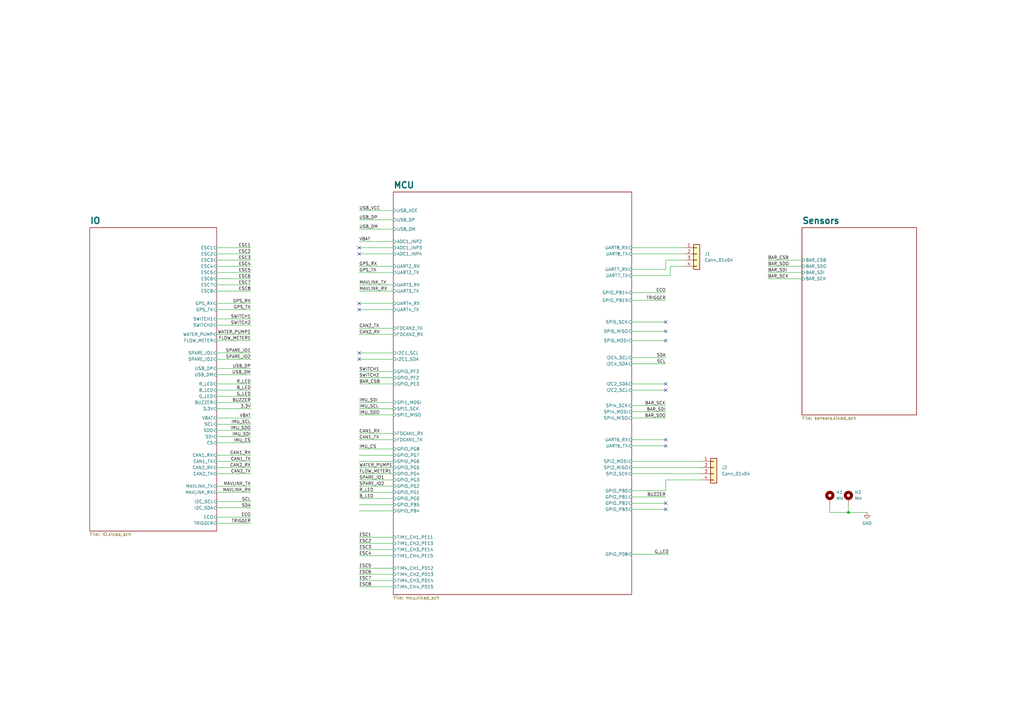
<source format=kicad_sch>
(kicad_sch (version 20230121) (generator eeschema)
  (paper "A3")
  (title_block (title "Flight Controller") (date "2022-09-01") (rev "1.0") (company "Apogee GNSS PVT LTD"))
  (lib_symbols
    (symbol "Connector_Generic:Conn_01x04" (pin_names (offset 1.016) hide)
      (property "Reference" "J" (at 0 5.08 0))
      (property "Value" "Conn_01x04" (at 0 -7.62 0))
      (symbol "Conn_01x04_1_1"
        (rectangle (start -1.27 -4.953) (end 0 -5.207) (stroke (width 0.1524)))
        (rectangle (start -1.27 -2.413) (end 0 -2.667) (stroke (width 0.1524)))
        (rectangle (start -1.27 0.127) (end 0 -0.127) (stroke (width 0.1524)))
        (rectangle (start -1.27 2.667) (end 0 2.413) (stroke (width 0.1524)))
        (rectangle (start -1.27 3.81) (end 1.27 -6.35) (stroke (width 0.254)) (fill (type background)))
        (pin passive line (at -5.08 2.54 0) (length 3.81) (name "Pin_1") (number "1"))
        (pin passive line (at -5.08 0 0) (length 3.81) (name "Pin_2") (number "2"))
        (pin passive line (at -5.08 -2.54 0) (length 3.81) (name "Pin_3") (number "3"))
        (pin passive line (at -5.08 -5.08 0) (length 3.81) (name "Pin_4") (number "4"))
      )
    )
    (symbol "Mechanical:MountingHole_Pad" (pin_numbers hide) (pin_names (offset 1.016) hide)
      (property "Reference" "H" (at 0 6.35 0))
      (property "Value" "MountingHole_Pad" (at 0 4.445 0))
      (symbol "MountingHole_Pad_0_1"
        (circle (center 0 1.27) (radius 1.27) (stroke (width 1.27)))
      )
      (symbol "MountingHole_Pad_1_1"
        (pin input line (at 0 -2.54 90) (length 2.54) (name "1") (number "1"))
      )
    )
    (symbol "power:GND" (power) (pin_names (offset 0))
      (property "Value" "GND" (at 0 -3.81 0))
      (symbol "GND_0_1"
        (polyline (pts (xy 0 0) (xy 0 -1.27) (xy 1.27 -1.27) (xy 0 -2.54) (xy -1.27 -1.27) (xy 0 -1.27)))
      )
      (symbol "GND_1_1"
        (pin power_in line (at 0 0 270) (length 0) hide (name "GND") (number "1"))
      )
    )
  )
  (junction (at 347.98 210.185))
  (no_connect (at 273.05 206.375))
  (no_connect (at 273.05 208.915))
  (no_connect (at 273.05 180.34))
  (no_connect (at 273.05 182.88))
  (no_connect (at 273.05 132.08))
  (no_connect (at 273.05 135.89))
  (no_connect (at 273.05 139.7))
  (no_connect (at 147.32 101.6))
  (no_connect (at 147.32 104.14))
  (no_connect (at 147.32 127))
  (no_connect (at 147.32 144.78))
  (no_connect (at 147.32 147.32))
  (no_connect (at 147.32 124.46))
  (no_connect (at 273.05 157.48))
  (no_connect (at 273.05 160.02))
  (wire (pts (xy 88.9 189.23) (xy 102.87 189.23)))
  (wire (pts (xy 88.9 201.93) (xy 102.87 201.93)))
  (wire (pts (xy 314.96 106.68) (xy 328.93 106.68)))
  (wire (pts (xy 147.32 186.69) (xy 161.29 186.69)))
  (wire (pts (xy 88.9 104.14) (xy 102.87 104.14)))
  (wire (pts (xy 88.9 157.48) (xy 102.87 157.48)))
  (wire (pts (xy 147.32 180.34) (xy 161.29 180.34)))
  (wire (pts (xy 259.08 171.45) (xy 273.05 171.45)))
  (wire (pts (xy 147.32 238.125) (xy 161.29 238.125)))
  (wire (pts (xy 88.9 173.99) (xy 102.87 173.99)))
  (wire (pts (xy 88.9 214.63) (xy 102.87 214.63)))
  (wire (pts (xy 88.9 153.67) (xy 102.87 153.67)))
  (wire (pts (xy 273.05 106.68) (xy 273.05 110.49)))
  (wire (pts (xy 88.9 111.76) (xy 102.87 111.76)))
  (wire (pts (xy 88.9 179.07) (xy 102.87 179.07)))
  (wire (pts (xy 88.9 165.1) (xy 102.87 165.1)))
  (wire (pts (xy 259.08 146.685) (xy 273.05 146.685)))
  (wire (pts (xy 147.32 144.78) (xy 161.29 144.78)))
  (wire (pts (xy 259.08 132.08) (xy 273.05 132.08)))
  (wire (pts (xy 259.08 194.31) (xy 287.655 194.31)))
  (wire (pts (xy 88.9 194.31) (xy 102.87 194.31)))
  (wire (pts (xy 147.32 104.14) (xy 161.29 104.14)))
  (wire (pts (xy 88.9 205.74) (xy 102.87 205.74)))
  (wire (pts (xy 340.36 210.185) (xy 347.98 210.185)))
  (wire (pts (xy 147.32 199.39) (xy 161.29 199.39)))
  (wire (pts (xy 259.08 113.03) (xy 274.955 113.03)))
  (wire (pts (xy 147.32 222.885) (xy 161.29 222.885)))
  (wire (pts (xy 147.32 111.76) (xy 161.29 111.76)))
  (wire (pts (xy 88.9 130.81) (xy 102.87 130.81)))
  (wire (pts (xy 259.08 104.14) (xy 280.67 104.14)))
  (wire (pts (xy 147.32 154.94) (xy 161.29 154.94)))
  (wire (pts (xy 347.98 210.185) (xy 355.6 210.185)))
  (wire (pts (xy 147.32 196.85) (xy 161.29 196.85)))
  (wire (pts (xy 147.32 204.47) (xy 161.29 204.47)))
  (wire (pts (xy 259.08 101.6) (xy 280.67 101.6)))
  (wire (pts (xy 147.32 235.585) (xy 161.29 235.585)))
  (wire (pts (xy 147.32 116.84) (xy 161.29 116.84)))
  (wire (pts (xy 259.08 191.77) (xy 287.655 191.77)))
  (wire (pts (xy 147.32 93.98) (xy 161.29 93.98)))
  (wire (pts (xy 259.08 189.23) (xy 287.655 189.23)))
  (wire (pts (xy 161.29 90.17) (xy 147.32 90.17)))
  (wire (pts (xy 147.32 119.38) (xy 161.29 119.38)))
  (wire (pts (xy 147.32 101.6) (xy 161.29 101.6)))
  (wire (pts (xy 88.9 137.16) (xy 102.87 137.16)))
  (wire (pts (xy 147.32 177.8) (xy 161.29 177.8)))
  (wire (pts (xy 88.9 106.68) (xy 102.87 106.68)))
  (wire (pts (xy 147.32 209.55) (xy 161.29 209.55)))
  (wire (pts (xy 88.9 160.02) (xy 102.87 160.02)))
  (wire (pts (xy 273.05 196.85) (xy 273.05 201.295)))
  (wire (pts (xy 280.67 106.68) (xy 273.05 106.68)))
  (wire (pts (xy 314.96 111.76) (xy 328.93 111.76)))
  (wire (pts (xy 259.08 139.7) (xy 273.05 139.7)))
  (wire (pts (xy 88.9 186.69) (xy 102.87 186.69)))
  (wire (pts (xy 88.9 116.84) (xy 102.87 116.84)))
  (wire (pts (xy 147.32 147.32) (xy 161.29 147.32)))
  (wire (pts (xy 88.9 124.46) (xy 102.87 124.46)))
  (wire (pts (xy 88.9 181.61) (xy 102.87 181.61)))
  (wire (pts (xy 259.08 168.91) (xy 273.05 168.91)))
  (wire (pts (xy 259.08 120.015) (xy 273.05 120.015)))
  (wire (pts (xy 88.9 199.39) (xy 102.87 199.39)))
  (wire (pts (xy 88.9 119.38) (xy 102.87 119.38)))
  (wire (pts (xy 259.08 160.02) (xy 273.05 160.02)))
  (wire (pts (xy 88.9 109.22) (xy 102.87 109.22)))
  (wire (pts (xy 314.96 109.22) (xy 328.93 109.22)))
  (wire (pts (xy 147.32 109.22) (xy 161.29 109.22)))
  (wire (pts (xy 88.9 133.35) (xy 102.87 133.35)))
  (wire (pts (xy 88.9 101.6) (xy 102.87 101.6)))
  (wire (pts (xy 259.08 149.225) (xy 273.05 149.225)))
  (wire (pts (xy 259.08 180.34) (xy 273.05 180.34)))
  (wire (pts (xy 259.08 227.33) (xy 274.32 227.33)))
  (wire (pts (xy 88.9 171.45) (xy 102.87 171.45)))
  (wire (pts (xy 147.32 189.23) (xy 161.29 189.23)))
  (wire (pts (xy 147.32 165.1) (xy 161.29 165.1)))
  (wire (pts (xy 273.05 196.85) (xy 287.655 196.85)))
  (wire (pts (xy 88.9 162.56) (xy 102.87 162.56)))
  (wire (pts (xy 147.32 207.01) (xy 161.29 207.01)))
  (wire (pts (xy 147.32 201.93) (xy 161.29 201.93)))
  (wire (pts (xy 259.08 110.49) (xy 273.05 110.49)))
  (wire (pts (xy 147.32 220.345) (xy 161.29 220.345)))
  (wire (pts (xy 280.67 109.22) (xy 274.955 109.22)))
  (wire (pts (xy 88.9 114.3) (xy 102.87 114.3)))
  (wire (pts (xy 147.32 225.425) (xy 161.29 225.425)))
  (wire (pts (xy 259.08 166.37) (xy 273.05 166.37)))
  (wire (pts (xy 259.08 206.375) (xy 273.05 206.375)))
  (wire (pts (xy 147.32 184.15) (xy 161.29 184.15)))
  (wire (pts (xy 88.9 212.09) (xy 102.87 212.09)))
  (wire (pts (xy 259.08 135.89) (xy 273.05 135.89)))
  (wire (pts (xy 314.96 114.3) (xy 328.93 114.3)))
  (wire (pts (xy 147.32 137.16) (xy 161.29 137.16)))
  (wire (pts (xy 88.9 151.13) (xy 102.87 151.13)))
  (wire (pts (xy 340.36 207.01) (xy 340.36 210.185)))
  (wire (pts (xy 88.9 127) (xy 102.87 127)))
  (wire (pts (xy 88.9 144.78) (xy 102.87 144.78)))
  (wire (pts (xy 347.98 207.01) (xy 347.98 210.185)))
  (wire (pts (xy 274.955 109.22) (xy 274.955 113.03)))
  (wire (pts (xy 259.08 123.19) (xy 273.05 123.19)))
  (wire (pts (xy 147.32 233.045) (xy 161.29 233.045)))
  (wire (pts (xy 88.9 208.28) (xy 102.87 208.28)))
  (wire (pts (xy 147.32 99.06) (xy 161.29 99.06)))
  (wire (pts (xy 259.08 208.915) (xy 273.05 208.915)))
  (wire (pts (xy 147.32 152.4) (xy 161.29 152.4)))
  (wire (pts (xy 88.9 167.64) (xy 102.87 167.64)))
  (wire (pts (xy 147.32 191.77) (xy 161.29 191.77)))
  (wire (pts (xy 147.32 170.18) (xy 161.29 170.18)))
  (wire (pts (xy 88.9 191.77) (xy 102.87 191.77)))
  (wire (pts (xy 88.9 147.32) (xy 102.87 147.32)))
  (wire (pts (xy 259.08 157.48) (xy 273.05 157.48)))
  (wire (pts (xy 88.9 176.53) (xy 102.87 176.53)))
  (wire (pts (xy 147.32 167.64) (xy 161.29 167.64)))
  (wire (pts (xy 147.32 240.665) (xy 161.29 240.665)))
  (wire (pts (xy 147.32 134.62) (xy 161.29 134.62)))
  (wire (pts (xy 259.08 182.88) (xy 273.05 182.88)))
  (wire (pts (xy 147.32 86.36) (xy 161.29 86.36)))
  (wire (pts (xy 147.32 227.965) (xy 161.29 227.965)))
  (wire (pts (xy 259.08 203.835) (xy 273.05 203.835)))
  (wire (pts (xy 147.32 194.31) (xy 161.29 194.31)))
  (wire (pts (xy 259.08 201.295) (xy 273.05 201.295)))
  (wire (pts (xy 147.32 127) (xy 161.29 127)))
  (wire (pts (xy 88.9 139.7) (xy 102.87 139.7)))
  (wire (pts (xy 147.32 157.48) (xy 161.29 157.48)))
  (wire (pts (xy 147.32 124.46) (xy 161.29 124.46)))
  (label "USB_VCC" (at 147.32 86.36 0))
  (label "SWITCH1" (at 147.32 152.4 0))
  (label "GPS_TX" (at 102.87 127 180))
  (label "FLOW_METER1" (at 102.87 139.7 180))
  (label "USB_DM" (at 102.87 153.67 180))
  (label "MAVLINK_RX" (at 147.32 119.38 0))
  (label "ESC8" (at 102.87 119.38 180))
  (label "SPARE_IO1" (at 102.87 144.78 180))
  (label "ESC2" (at 102.87 104.14 180))
  (label "SDA" (at 273.05 146.685 180))
  (label "ESC4" (at 102.87 109.22 180))
  (label "MAVLINK_RX" (at 102.87 201.93 180))
  (label "ESC7" (at 147.32 238.125 0))
  (label "ECO" (at 273.05 120.015 180))
  (label "CAN2_TX" (at 102.87 194.31 180))
  (label "CAN2_TX" (at 147.32 134.62 0))
  (label "SPARE_IO2" (at 102.87 147.32 180))
  (label "SPARE_IO2" (at 147.32 199.39 0))
  (label "ESC1" (at 147.32 220.345 0))
  (label "WATER_PUMP1" (at 102.87 137.16 180))
  (label "BAR_SCK" (at 273.05 166.37 180))
  (label "ESC3" (at 147.32 225.425 0))
  (label "SDA" (at 102.87 208.28 180))
  (label "BAR_SDI" (at 314.96 111.76 0))
  (label "USB_DM" (at 147.32 93.98 0))
  (label "B_LED" (at 102.87 160.02 180))
  (label "3.3V" (at 102.87 167.64 180))
  (label "ESC4" (at 147.32 227.965 0))
  (label "USB_DP" (at 102.87 151.13 180))
  (label "FLOW_METER1" (at 147.32 194.31 0))
  (label "BAR_SDO" (at 273.05 171.45 180))
  (label "IMU_CS" (at 102.87 181.61 180))
  (label "ESC5" (at 147.32 233.045 0))
  (label "IMU_SDO" (at 147.32 170.18 0))
  (label "ESC2" (at 147.32 222.885 0))
  (label "CAN2_RX" (at 102.87 191.77 180))
  (label "MAVLINK_TX" (at 102.87 199.39 180))
  (label "BAR_SCK" (at 314.96 114.3 0))
  (label "IMU_SCL" (at 102.87 173.99 180))
  (label "ESC8" (at 147.32 240.665 0))
  (label "SCL" (at 102.87 205.74 180))
  (label "IMU_SDI" (at 147.32 165.1 0))
  (label "ESC6" (at 102.87 114.3 180))
  (label "IMU_CS" (at 147.32 184.15 0))
  (label "ECO" (at 102.87 212.09 180))
  (label "CAN1_RX" (at 102.87 186.69 180))
  (label "CAN1_TX" (at 147.32 180.34 0))
  (label "R_LED" (at 147.32 201.93 0))
  (label "SWITCH2" (at 102.87 133.35 180))
  (label "SCL" (at 273.05 149.225 180))
  (label "G_LED" (at 274.32 227.33 180))
  (label "IMU_SDO" (at 102.87 176.53 180))
  (label "CAN1_TX" (at 102.87 189.23 180))
  (label "ESC5" (at 102.87 111.76 180))
  (label "B_LED" (at 147.32 204.47 0))
  (label "ESC7" (at 102.87 116.84 180))
  (label "VBAT" (at 147.32 99.06 0))
  (label "SWITCH2" (at 147.32 154.94 0))
  (label "TRIGGER" (at 273.05 123.19 180))
  (label "TRIGGER" (at 102.87 214.63 180))
  (label "ESC3" (at 102.87 106.68 180))
  (label "VBAT" (at 102.87 171.45 180))
  (label "BUZZER" (at 102.87 165.1 180))
  (label "GPS_RX" (at 102.87 124.46 180))
  (label "IMU_SCL" (at 147.32 167.64 0))
  (label "ESC6" (at 147.32 235.585 0))
  (label "ESC1" (at 102.87 101.6 180))
  (label "BUZZER" (at 273.05 203.835 180))
  (label "IMU_SDI" (at 102.87 179.07 180))
  (label "CAN2_RX" (at 147.32 137.16 0))
  (label "BAR_SDI" (at 273.05 168.91 180))
  (label "MAVLINK_TX" (at 147.32 116.84 0))
  (label "BAR_SDO" (at 314.96 109.22 0))
  (label "WATER_PUMP1" (at 147.32 191.77 0))
  (label "BAR_CSB" (at 314.96 106.68 0))
  (label "USB_DP" (at 147.32 90.17 0))
  (label "SWITCH1" (at 102.87 130.81 180))
  (label "GPS_TX" (at 147.32 111.76 0))
  (label "SPARE_IO1" (at 147.32 196.85 0))
  (label "BAR_CSB" (at 147.32 157.48 0))
  (label "R_LED" (at 102.87 157.48 180))
  (label "GPS_RX" (at 147.32 109.22 0))
  (label "CAN1_RX" (at 147.32 177.8 0))
  (label "G_LED" (at 102.87 162.56 180))
  (symbol (lib_id "Mechanical:MountingHole_Pad") (at 340.36 204.47 0) (unit 1)
    (property "Reference" "H1" (at 342.9 201.9299 0) (effects (justify left)))
    (property "Value" "MH" (at 342.9 204.4699 0) (effects (justify left)))
    (property "Footprint" "MountingHole:MountingHole_3.2mm_M3" (effects hide))
  )
  (symbol (lib_id "Connector_Generic:Conn_01x04") (at 292.735 191.77 0) (unit 1)
    (property "Reference" "J2" (at 295.91 191.7699 0) (effects (justify left)))
    (property "Value" "Conn_01x04" (at 295.91 194.3099 0) (effects (justify left)))
    (property "Footprint" "Connector_PinHeader_2.00mm:PinHeader_1x04_P2.00mm_Vertical" (effects hide))
  )
  (symbol (lib_id "Connector_Generic:Conn_01x04") (at 285.75 104.14 0) (unit 1)
    (property "Reference" "J1" (at 288.925 104.1399 0) (effects (justify left)))
    (property "Value" "Conn_01x04" (at 288.925 106.6799 0) (effects (justify left)))
    (property "Footprint" "Connector_PinHeader_2.00mm:PinHeader_1x04_P2.00mm_Vertical" (effects hide))
  )
  (symbol (lib_id "power:GND") (at 355.6 210.185 0) (unit 1)
    (property "Reference" "#PWR01" (effects hide))
    (property "Value" "GND" (at 355.6 214.63 0))
  )
  (symbol (lib_id "Mechanical:MountingHole_Pad") (at 347.98 204.47 0) (unit 1)
    (property "Reference" "H2" (at 350.52 201.9299 0) (effects (justify left)))
    (property "Value" "MH" (at 350.52 204.4699 0) (effects (justify left)))
    (property "Footprint" "MountingHole:MountingHole_3.2mm_M3" (effects hide))
  )
  (sheet (at 328.93 93.345) (size 46.99 76.835) (stroke (width 0.1524))
    (property "Sheetname" "Sensors" (at 328.93 91.9984 0) (effects (font (size 2.54 2.54) bold) (justify left bottom)))
    (property "Sheetfile" "sensors.kicad_sch" (at 328.93 170.7646 0) (effects (justify left top)))
    (pin "BAR_CSB" input (at 328.93 106.68 180))
    (pin "BAR_SDO" input (at 328.93 109.22 180))
    (pin "BAR_SDI" input (at 328.93 111.76 180))
    (pin "BAR_SCK" input (at 328.93 114.3 180))
  )
  (sheet (at 161.29 78.74) (size 97.79 165.1) (stroke (width 0.1524))
    (property "Sheetname" "MCU" (at 161.29 77.3934 0) (effects (font (size 2.54 2.54) bold) (justify left bottom)))
    (property "Sheetfile" "mcu.kicad_sch" (at 161.29 244.4246 0) (effects (justify left top)))
    (pin "SPI2_SCK" input (at 259.08 194.31 0))
    (pin "UART2_TX" input (at 161.29 111.76 180))
    (pin "UART4_RX" input (at 161.29 124.46 180))
    (pin "ADC1_INP3" input (at 161.29 101.6 180))
    (pin "UART2_RX" input (at 161.29 109.22 180))
    (pin "UART4_TX" input (at 161.29 127 180))
    (pin "USB_DP" input (at 161.29 90.17 180))
    (pin "USB_VCC" input (at 161.29 86.36 180))
    (pin "USB_DM" input (at 161.29 93.98 180))
    (pin "FDCAN2_TX" input (at 161.29 134.62 180))
    (pin "FDCAN2_RX" input (at 161.29 137.16 180))
    (pin "I2C1_SCL" input (at 161.29 144.78 180))
    (pin "UART3_RX" input (at 161.29 116.84 180))
    (pin "UART3_TX" input (at 161.29 119.38 180))
    (pin "I2C1_SDA" input (at 161.29 147.32 180))
    (pin "SPI1_SCK" input (at 161.29 167.64 180))
    (pin "SPI1_MISO" input (at 161.29 170.18 180))
    (pin "FDCAN1_RX" input (at 161.29 177.8 180))
    (pin "ADC1_INP4" input (at 161.29 104.14 180))
    (pin "SPI1_MOSI" input (at 161.29 165.1 180))
    (pin "FDCAN1_TX" input (at 161.29 180.34 180))
    (pin "SPI4_SCK" input (at 259.08 166.37 0))
    (pin "SPI2_MISO" input (at 259.08 191.77 0))
    (pin "SPI2_MOSI" input (at 259.08 189.23 0))
    (pin "UART6_RX" input (at 259.08 180.34 0))
    (pin "UART7_TX" input (at 259.08 113.03 0))
    (pin "SPI4_MISO" input (at 259.08 171.45 0))
    (pin "SPI4_MOSI" input (at 259.08 168.91 0))
    (pin "UART6_TX" input (at 259.08 182.88 0))
    (pin "I2C2_SCL" input (at 259.08 160.02 0))
    (pin "I2C2_SDA" input (at 259.08 157.48 0))
    (pin "ADC1_INP2" input (at 161.29 99.06 180))
    (pin "SPI5_MOSI" input (at 259.08 139.7 0))
    (pin "SPI5_MISO" input (at 259.08 135.89 0))
    (pin "SPI5_SCK" input (at 259.08 132.08 0))
    (pin "UART7_RX" input (at 259.08 110.49 0))
    (pin "UART8_RX" input (at 259.08 101.6 0))
    (pin "UART8_TX" input (at 259.08 104.14 0))
    (pin "GPIO_PG8" input (at 161.29 184.15 180))
    (pin "GPIO_PG6" input (at 161.29 189.23 180))
    (pin "GPIO_PG5" input (at 161.29 191.77 180))
    (pin "GPIO_PG7" input (at 161.29 186.69 180))
    (pin "GPIO_PB5" input (at 161.29 207.01 180))
    (pin "GPIO_PG0" input (at 161.29 204.47 180))
    (pin "GPIO_PG3" input (at 161.29 196.85 180))
    (pin "GPIO_PG1" input (at 161.29 201.93 180))
    (pin "GPIO_PG2" input (at 161.29 199.39 180))
    (pin "GPIO_PG4" input (at 161.29 194.31 180))
    (pin "GPIO_PB3" input (at 259.08 208.915 0))
    (pin "GPIO_PB0" input (at 259.08 201.295 0))
    (pin "GPIO_PB1" input (at 259.08 203.835 0))
    (pin "GPIO_PB2" input (at 259.08 206.375 0))
    (pin "GPIO_PB4" input (at 161.29 209.55 180))
    (pin "TIM1_CH1_PE11" input (at 161.29 220.345 180))
    (pin "TIM1_CH3_PE14" input (at 161.29 225.425 180))
    (pin "TIM1_CH2_PE13" input (at 161.29 222.885 180))
    (pin "TIM1_CH4_PE15" input (at 161.29 227.965 180))
    (pin "TIM4_CH3_PD14" input (at 161.29 238.125 180))
    (pin "TIM4_CH1_PD12" input (at 161.29 233.045 180))
    (pin "TIM4_CH2_PD13" input (at 161.29 235.585 180))
    (pin "TIM4_CH4_PD15" input (at 161.29 240.665 180))
    (pin "GPIO_PF3" input (at 161.29 152.4 180))
    (pin "GPIO_PF2" input (at 161.29 154.94 180))
    (pin "GPIO_PE3" input (at 161.29 157.48 180))
    (pin "GPIO_PD8" input (at 259.08 227.33 0))
    (pin "I2C4_SCL" input (at 259.08 146.685 0))
    (pin "I2C4_SDA" input (at 259.08 149.225 0))
    (pin "GPIO_PB14" input (at 259.08 120.015 0))
    (pin "GPIO_PB15" input (at 259.08 123.19 0))
  )
  (sheet (at 36.83 93.345) (size 52.07 124.46) (stroke (width 0.1524))
    (property "Sheetname" "IO" (at 36.83 91.9984 0) (effects (font (size 2.54 2.54) bold) (justify left bottom)))
    (property "Sheetfile" "IO.kicad_sch" (at 36.83 218.3896 0) (effects (justify left top)))
    (pin "ESC1" input (at 88.9 101.6 0))
    (pin "ESC5" input (at 88.9 111.76 0))
    (pin "ESC2" input (at 88.9 104.14 0))
    (pin "ESC4" input (at 88.9 109.22 0))
    (pin "ESC6" input (at 88.9 114.3 0))
    (pin "ESC7" input (at 88.9 116.84 0))
    (pin "ESC8" input (at 88.9 119.38 0))
    (pin "ESC3" input (at 88.9 106.68 0))
    (pin "3.3V" input (at 88.9 167.64 0))
    (pin "R_LED" input (at 88.9 157.48 0))
    (pin "FLOW_METER" input (at 88.9 139.7 0))
    (pin "WATER_PUMP" input (at 88.9 137.16 0))
    (pin "SPARE_IO2" input (at 88.9 147.32 0))
    (pin "GPS_RX" input (at 88.9 124.46 0))
    (pin "SPARE_IO1" input (at 88.9 144.78 0))
    (pin "SWITCH1" input (at 88.9 130.81 0))
    (pin "GPS_TX" input (at 88.9 127 0))
    (pin "SWITCH2" input (at 88.9 133.35 0))
    (pin "USB_DP" input (at 88.9 151.13 0))
    (pin "USB_DM" input (at 88.9 153.67 0))
    (pin "B_LED" input (at 88.9 160.02 0))
    (pin "G_LED" input (at 88.9 162.56 0))
    (pin "BUZZER" input (at 88.9 165.1 0))
    (pin "VBAT" input (at 88.9 171.45 0))
    (pin "SCL" input (at 88.9 173.99 0))
    (pin "SDO" input (at 88.9 176.53 0))
    (pin "SDI" input (at 88.9 179.07 0))
    (pin "CS" input (at 88.9 181.61 0))
    (pin "CAN1_RX" input (at 88.9 186.69 0))
    (pin "CAN1_TX" input (at 88.9 189.23 0))
    (pin "CAN2_RX" input (at 88.9 191.77 0))
    (pin "CAN2_TX" input (at 88.9 194.31 0))
    (pin "MAVLINK_TX" input (at 88.9 199.39 0))
    (pin "MAVLINK_RX" input (at 88.9 201.93 0))
    (pin "TRIGGER" input (at 88.9 214.63 0))
    (pin "ECO" input (at 88.9 212.09 0))
    (pin "I2C_SCL" input (at 88.9 205.74 0))
    (pin "I2C_SDA" input (at 88.9 208.28 0))
  )
)
</source>
